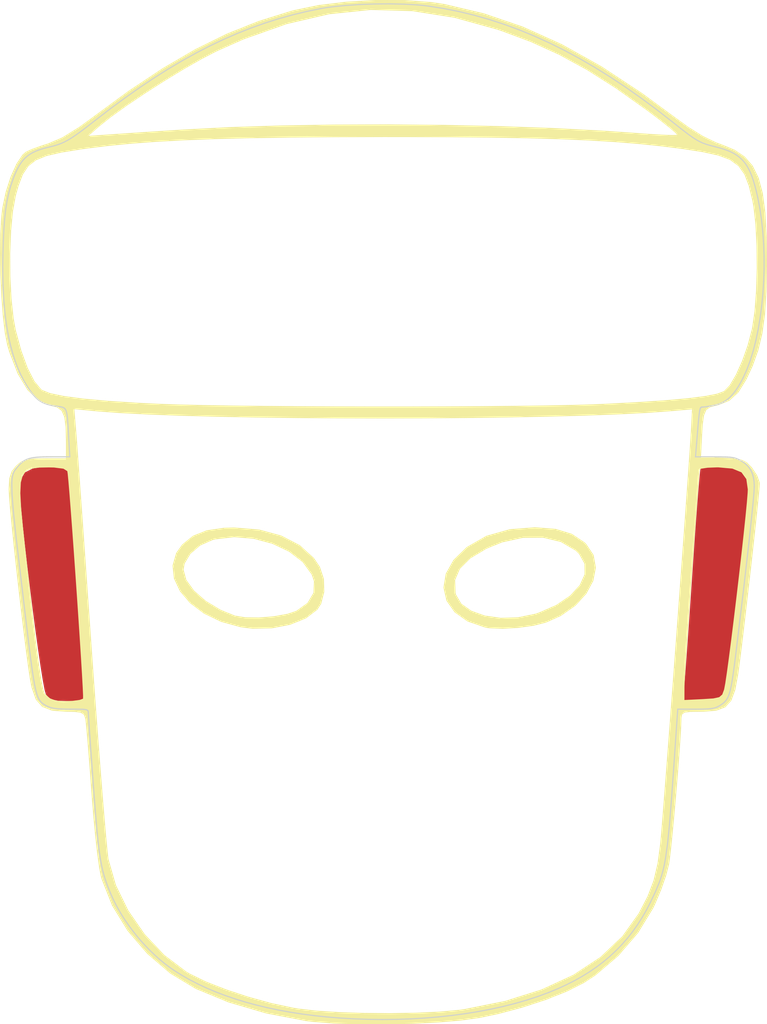
<source format=kicad_pcb>
(kicad_pcb (version 20211014) (generator pcbnew)
  (layers (0 "F.Cu" signal) (31 "B.Cu" signal) (34 "B.Paste" user) (35 "F.Paste" user) (36 "B.SilkS" user "B.Silkscreen") (37 "F.SilkS" user "F.Silkscreen") (38 "B.Mask" user) (39 "F.Mask" user) (44 "Edge.Cuts" user))
  (net 0 "")
  (footprint "atom_badge:badge_silkscreen" (layer "F.Cu") (at 150.866756 106.065375)
    (fp_text reference "REF**" hide)
    (fp_text value "badge_silkscreen")
  )
  (footprint "atom_badge:ear_exposed_copper" (layer "F.Cu") (at 152.755591 99.859981)
    (fp_text reference "REF**" hide)
    (fp_text value "ear_exposed_copper")
    (fp_poly (pts (xy -29.839003 -9.809202) (xy -29.584483 -9.627673) (xy -29.569227 -9.589347) (xy -29.523071 -9.240375) (xy -29.447355 -8.425708) (xy -29.347398 -7.21325) (xy -29.228519 -5.670904) (xy -29.096034 -3.866573) (xy -28.955264 -1.86816) (xy -28.891455 -0.935789) (xy -28.744377 1.213636) (xy -28.6008 3.276494) (xy -28.466758 5.168729) (xy -28.348286 6.806285) (xy -28.251416 8.105106) (xy -28.182182 8.981138) (xy -28.166946 9.157369) (xy -28.004591 10.962105) (xy -29.637184 10.962105) (xy -30.583399 10.933891) (xy -31.152923 10.818142) (xy -31.502239 10.568199) (xy -31.654702 10.360526) (xy -31.765291 9.976725) (xy -31.923002 9.13884) (xy -32.118 7.924487) (xy -32.340453 6.411276) (xy -32.580527 4.676821) (xy -32.828389 2.798735) (xy -33.074205 0.85463) (xy -33.308141 -1.077881) (xy -33.520365 -2.921186) (xy -33.701043 -4.597671) (xy -33.840341 -6.029724) (xy -33.928427 -7.139732) (xy -33.955789 -7.801345) (xy -33.856591 -8.709902) (xy -33.501927 -9.303596) (xy -32.806198 -9.652181) (xy -31.683804 -9.825413) (xy -31.451589 -9.841986) (xy -30.429475 -9.876359)) (layer "F.Cu") (width 0) (fill solid))
    (fp_poly (pts (xy 28.065957 -9.852687) (xy 28.243168 -9.841986) (xy 29.437899 -9.693807) (xy 30.193581 -9.382056) (xy 30.598785 -8.830117) (xy 30.742082 -7.961371) (xy 30.747368 -7.675734) (xy 30.714282 -6.99885) (xy 30.621636 -5.914644) (xy 30.479346 -4.50254) (xy 30.297329 -2.841961) (xy 30.085503 -1.01233) (xy 29.853785 0.90693) (xy 29.612091 2.836396) (xy 29.370339 4.696644) (xy 29.138445 6.408252) (xy 28.926327 7.891797) (xy 28.743902 9.067855) (xy 28.601086 9.857003) (xy 28.52034 10.16) (xy 28.285566 10.531506) (xy 27.928734 10.745694) (xy 27.302999 10.856946) (xy 26.497975 10.908953) (xy 24.793472 10.989485) (xy 24.957782 9.171058) (xy 25.01729 8.443283) (xy 25.105969 7.266154) (xy 25.217812 5.723896) (xy 25.346816 3.900734) (xy 25.486974 1.880893) (xy 25.632283 -0.251403) (xy 25.678356 -0.935789) (xy 25.819813 -2.998699) (xy 25.955779 -4.897683) (xy 26.080941 -6.564834) (xy 26.189984 -7.932243) (xy 26.277595 -8.932) (xy 26.338459 -9.496196) (xy 26.355523 -9.589347) (xy 26.57168 -9.789534) (xy 27.109923 -9.873045)) (layer "F.Cu") (width 0) (fill solid))
  )
  (gr_line (start 119.463029 82.952857) (end 119.157054 82.437597) (layer "Edge.Cuts") (width 0.1))
  (gr_line (start 183.813645 91.066191) (end 183.829182 91.153668) (layer "Edge.Cuts") (width 0.1))
  (gr_line (start 183.517714 80.661498) (end 183.219892 81.458573) (layer "Edge.Cuts") (width 0.1))
  (gr_line (start 119.516859 89.367572) (end 119.594146 89.342012) (layer "Edge.Cuts") (width 0.1))
  (gr_line (start 184.635161 69.247058) (end 184.709488 70.331569) (layer "Edge.Cuts") (width 0.1))
  (gr_line (start 120.448534 110.565731) (end 120.39742 110.450726) (layer "Edge.Cuts") (width 0.1))
  (gr_line (start 120.22437 62.091945) (end 120.490415 61.988624) (layer "Edge.Cuts") (width 0.1))
  (gr_line (start 119.361511 62.617448) (end 119.454267 62.539737) (layer "Edge.Cuts") (width 0.1))
  (gr_line (start 117.334429 70.077511) (end 117.385753 69.004365) (layer "Edge.Cuts") (width 0.1))
  (gr_line (start 179.125192 84.83958) (end 179.11751 84.852521) (layer "Edge.Cuts") (width 0.1))
  (gr_line (start 183.643159 90.515494) (end 183.674276 90.587859) (layer "Edge.Cuts") (width 0.1))
  (gr_line (start 183.49537 90.245485) (end 183.535857 90.310155) (layer "Edge.Cuts") (width 0.1))
  (gr_line (start 179.035747 85.145292) (end 179.023037 85.224291) (layer "Edge.Cuts") (width 0.1))
  (gr_line (start 123.805315 111.539899) (end 123.57055 111.538986) (layer "Edge.Cuts") (width 0.1))
  (gr_line (start 122.618569 84.799943) (end 122.514361 84.767862) (layer "Edge.Cuts") (width 0.1))
  (gr_line (start 183.729663 90.738725) (end 183.753976 90.817311) (layer "Edge.Cuts") (width 0.1))
  (gr_line (start 121.491228 84.598506) (end 121.317961 84.555318) (layer "Edge.Cuts") (width 0.1))
  (gr_line (start 182.892289 82.179228) (end 182.892289 82.179228) (layer "Edge.Cuts") (width 0.1))
  (gr_line (start 134.544703 135.877182) (end 133.798468 135.490197) (layer "Edge.Cuts") (width 0.1))
  (gr_line (start 183.652229 64.27671) (end 183.79472 64.683481) (layer "Edge.Cuts") (width 0.1))
  (gr_line (start 179.102684 84.882901) (end 179.095512 84.900498) (layer "Edge.Cuts") (width 0.1))
  (gr_line (start 121.217141 111.272581) (end 121.217141 111.272581) (layer "Edge.Cuts") (width 0.1))
  (gr_line (start 178.616155 61.004901) (end 178.810124 61.122742) (layer "Edge.Cuts") (width 0.1))
  (gr_line (start 124.566789 111.570747) (end 124.517254 111.564744) (layer "Edge.Cuts") (width 0.1))
  (gr_line (start 125.480824 120.488242) (end 125.315148 118.307657) (layer "Edge.Cuts") (width 0.1))
  (gr_line (start 128.466133 130.728117) (end 128.141273 130.259013) (layer "Edge.Cuts") (width 0.1))
  (gr_line (start 178.768281 88.000761) (end 178.768281 88.000761) (layer "Edge.Cuts") (width 0.1))
  (gr_line (start 119.442828 89.395519) (end 119.516859 89.367572) (layer "Edge.Cuts") (width 0.1))
  (gr_line (start 121.967029 111.481171) (end 121.849995 111.464479) (layer "Edge.Cuts") (width 0.1))
  (gr_line (start 120.348011 110.321388) (end 120.299979 110.176363) (layer "Edge.Cuts") (width 0.1))
  (gr_line (start 183.609731 90.445116) (end 183.643159 90.515494) (layer "Edge.Cuts") (width 0.1))
  (gr_line (start 179.0103 85.313603) (end 178.997428 85.413862) (layer "Edge.Cuts") (width 0.1))
  (gr_line (start 178.671876 89.179564) (end 180.387559 89.179564) (layer "Edge.Cuts") (width 0.1))
  (gr_line (start 123.2258 89.179564) (end 123.124459 87.392332) (layer "Edge.Cuts") (width 0.1))
  (gr_line (start 183.333035 63.580346) (end 183.41785 63.740671) (layer "Edge.Cuts") (width 0.1))
  (gr_line (start 166.449138 136.320712) (end 165.655442 136.647608) (layer "Edge.Cuts") (width 0.1))
  (gr_line (start 179.225661 84.771854) (end 179.215068 84.773805) (layer "Edge.Cuts") (width 0.1))
  (gr_line (start 155.032907 49.243349) (end 155.032907 49.243349) (layer "Edge.Cuts") (width 0.1))
  (gr_line (start 120.557189 110.758169) (end 120.501681 110.66776) (layer "Edge.Cuts") (width 0.1))
  (gr_line (start 178.857529 86.912999) (end 178.768281 88.000761) (layer "Edge.Cuts") (width 0.1))
  (gr_line (start 153.440563 138.983605) (end 152.186579 139.026922) (layer "Edge.Cuts") (width 0.1))
  (gr_line (start 119.711569 106.718997) (end 119.588377 105.739687) (layer "Edge.Cuts") (width 0.1))
  (gr_line (start 174.681581 128.65069) (end 174.681581 128.65069) (layer "Edge.Cuts") (width 0.1))
  (gr_line (start 184.522951 68.186707) (end 184.635161 69.247058) (layer "Edge.Cuts") (width 0.1))
  (gr_line (start 183.753976 90.817311) (end 183.776063 90.898055) (layer "Edge.Cuts") (width 0.1))
  (gr_line (start 181.532961 110.508699) (end 181.440841 110.672413) (layer "Edge.Cuts") (width 0.1))
  (gr_line (start 173.835505 57.380583) (end 175.223377 58.409527) (layer "Edge.Cuts") (width 0.1))
  (gr_line (start 118.874882 81.888444) (end 118.616352 81.304612) (layer "Edge.Cuts") (width 0.1))
  (gr_line (start 182.743272 89.55464) (end 182.743272 89.55464) (layer "Edge.Cuts") (width 0.1))
  (gr_line (start 120.74116 110.973225) (end 120.6766 110.909546) (layer "Edge.Cuts") (width 0.1))
  (gr_line (start 131.929891 54.828394) (end 133.169783 54.091763) (layer "Edge.Cuts") (width 0.1))
  (gr_line (start 182.045523 89.261438) (end 182.152436 89.287134) (layer "Edge.Cuts") (width 0.1))
  (gr_line (start 181.616864 110.313392) (end 181.532961 110.508699) (layer "Edge.Cuts") (width 0.1))
  (gr_line (start 155.032907 49.243349) (end 156.384267 49.458973) (layer "Edge.Cuts") (width 0.1))
  (gr_line (start 182.039291 83.548589) (end 181.892991 83.718089) (layer "Edge.Cuts") (width 0.1))
  (gr_line (start 120.599095 84.246152) (end 120.476638 84.161162) (layer "Edge.Cuts") (width 0.1))
  (gr_line (start 181.802444 89.222732) (end 181.929675 89.240101) (layer "Edge.Cuts") (width 0.1))
  (gr_line (start 118.460503 63.927073) (end 118.592262 63.65276) (layer "Edge.Cuts") (width 0.1))
  (gr_line (start 182.444023 89.394265) (end 182.539659 89.441288) (layer "Edge.Cuts") (width 0.1))
  (gr_line (start 180.243677 84.631868) (end 180.07617 84.663923) (layer "Edge.Cuts") (width 0.1))
  (gr_line (start 119.550858 62.465881) (end 119.651525 62.39567) (layer "Edge.Cuts") (width 0.1))
  (gr_line (start 140.486933 50.75526) (end 141.711709 50.367018) (layer "Edge.Cuts") (width 0.1))
  (gr_line (start 119.594146 89.342012) (end 119.674998 89.318745) (layer "Edge.Cuts") (width 0.1))
  (gr_line (start 173.530815 130.648619) (end 173.097338 131.258447) (layer "Edge.Cuts") (width 0.1))
  (gr_line (start 126.405473 126.735581) (end 126.288781 126.370684) (layer "Edge.Cuts") (width 0.1))
  (gr_line (start 119.02406 62.97104) (end 119.103866 62.87581) (layer "Edge.Cuts") (width 0.1))
  (gr_line (start 121.8766 84.67139) (end 121.677051 84.636982) (layer "Edge.Cuts") (width 0.1))
  (gr_line (start 137.868251 137.212852) (end 136.988457 136.911321) (layer "Edge.Cuts") (width 0.1))
  (gr_line (start 179.324006 84.768522) (end 179.324006 84.768522) (layer "Edge.Cuts") (width 0.1))
  (gr_line (start 118.592262 63.65276) (end 118.728832 63.403103) (layer "Edge.Cuts") (width 0.1))
  (gr_line (start 182.152436 89.287134) (end 182.252858 89.317578) (layer "Edge.Cuts") (width 0.1))
  (gr_line (start 178.701722 111.538435) (end 177.098725 111.538862) (layer "Edge.Cuts") (width 0.1))
  (gr_line (start 119.980372 62.204809) (end 120.22437 62.091945) (layer "Edge.Cuts") (width 0.1))
  (gr_line (start 184.057326 65.628311) (end 184.182176 66.172012) (layer "Edge.Cuts") (width 0.1))
  (gr_line (start 132.414178 134.654459) (end 132.414178 134.654459) (layer "Edge.Cuts") (width 0.1))
  (gr_line (start 184.746606 71.431859) (end 184.74719 72.539545) (layer "Edge.Cuts") (width 0.1))
  (gr_line (start 118.574296 90.0912) (end 118.574296 90.0912) (layer "Edge.Cuts") (width 0.1))
  (gr_line (start 118.81324 89.827417) (end 118.871798 89.770318) (layer "Edge.Cuts") (width 0.1))
  (gr_line (start 179.133069 84.828032) (end 179.125192 84.83958) (layer "Edge.Cuts") (width 0.1))
  (gr_line (start 175.648641 126.353861) (end 175.498881 126.801549) (layer "Edge.Cuts") (width 0.1))
  (gr_line (start 124.842159 111.706074) (end 124.83275 111.68747) (layer "Edge.Cuts") (width 0.1))
  (gr_line (start 127.835699 129.784003) (end 127.55105 129.305087) (layer "Edge.Cuts") (width 0.1))
  (gr_line (start 128.808635 131.189316) (end 128.466133 130.728117) (layer "Edge.Cuts") (width 0.1))
  (gr_line (start 124.71932 59.957198) (end 125.478471 59.366982) (layer "Edge.Cuts") (width 0.1))
  (gr_line (start 124.009801 111.541952) (end 123.805315 111.539899) (layer "Edge.Cuts") (width 0.1))
  (gr_line (start 183.863036 91.430245) (end 183.875185 91.626845) (layer "Edge.Cuts") (width 0.1))
  (gr_line (start 175.781668 125.882362) (end 175.648641 126.353861) (layer "Edge.Cuts") (width 0.1))
  (gr_line (start 129.40795 56.468658) (end 130.676862 55.620238) (layer "Edge.Cuts") (width 0.1))
  (gr_line (start 119.759727 89.297674) (end 119.848642 89.278703) (layer "Edge.Cuts") (width 0.1))
  (gr_line (start 150.919914 139.040702) (end 149.643162 139.024629) (layer "Edge.Cuts") (width 0.1))
  (gr_line (start 182.361511 62.481611) (end 182.491515 62.57733) (layer "Edge.Cuts") (width 0.1))
  (gr_line (start 157.100482 138.679573) (end 155.900109 138.809616) (layer "Edge.Cuts") (width 0.1))
  (gr_line (start 122.814196 84.943758) (end 122.781652 84.905552) (layer "Edge.Cuts") (width 0.1))
  (gr_line (start 154.679271 138.911065) (end 153.440563 138.983605) (layer "Edge.Cuts") (width 0.1))
  (gr_line (start 126.000049 125.171479) (end 125.918972 124.703777) (layer "Edge.Cuts") (width 0.1))
  (gr_line (start 121.677051 84.636982) (end 121.491228 84.598506) (layer "Edge.Cuts") (width 0.1))
  (gr_line (start 181.440841 110.672413) (end 181.338613 110.810946) (layer "Edge.Cuts") (width 0.1))
  (gr_line (start 183.762433 93.385005) (end 183.437409 96.505852) (layer "Edge.Cuts") (width 0.1))
  (gr_line (start 121.373033 111.341881) (end 121.293431 111.308785) (layer "Edge.Cuts") (width 0.1))
  (gr_line (start 180.952372 111.139565) (end 180.790803 111.241484) (layer "Edge.Cuts") (width 0.1))
  (gr_line (start 182.887204 89.644687) (end 182.955215 89.691711) (layer "Edge.Cuts") (width 0.1))
  (gr_line (start 119.049613 89.618716) (end 119.110634 89.574428) (layer "Edge.Cuts") (width 0.1))
  (gr_line (start 178.942404 85.936991) (end 178.927222 86.101456) (layer "Edge.Cuts") (width 0.1))
  (gr_line (start 118.169568 80.029762) (end 117.980991 79.33717) (layer "Edge.Cuts") (width 0.1))
  (gr_line (start 144.190462 49.72215) (end 145.449929 49.462801) (layer "Edge.Cuts") (width 0.1))
  (gr_line (start 117.299119 71.30722) (end 117.334429 70.077511) (layer "Edge.Cuts") (width 0.1))
  (gr_line (start 183.879197 91.833616) (end 183.879197 91.833616) (layer "Edge.Cuts") (width 0.1))
  (gr_line (start 118.574296 90.0912) (end 118.695332 89.95204) (layer "Edge.Cuts") (width 0.1))
  (gr_line (start 183.219892 81.458573) (end 182.892289 82.179228) (layer "Edge.Cuts") (width 0.1))
  (gr_line (start 120.206733 109.833828) (end 120.160863 109.633607) (layer "Edge.Cuts") (width 0.1))
  (gr_line (start 183.829182 91.153668) (end 183.842579 91.243474) (layer "Edge.Cuts") (width 0.1))
  (gr_line (start 120.143616 89.233431) (end 120.252385 89.221902) (layer "Edge.Cuts") (width 0.1))
  (gr_line (start 169.923092 134.37178) (end 169.291878 134.805584) (layer "Edge.Cuts") (width 0.1))
  (gr_line (start 180.437333 61.708505) (end 180.863443 61.821496) (layer "Edge.Cuts") (width 0.1))
  (gr_line (start 122.937986 85.232766) (end 122.895421 85.095394) (layer "Edge.Cuts") (width 0.1))
  (gr_line (start 172.637738 131.841247) (end 172.151305 132.397646) (layer "Edge.Cuts") (width 0.1))
  (gr_line (start 117.295727 73.385816) (end 117.286573 72.368579) (layer "Edge.Cuts") (width 0.1))
  (gr_line (start 119.103866 62.87581) (end 119.18655 62.785274) (layer "Edge.Cuts") (width 0.1))
  (gr_line (start 181.338613 110.810946) (end 181.224386 110.930708) (layer "Edge.Cuts") (width 0.1))
  (gr_line (start 121.191869 89.181207) (end 121.526856 89.179564) (layer "Edge.Cuts") (width 0.1))
  (gr_line (start 132.414178 134.654459) (end 131.986773 134.354383) (layer "Edge.Cuts") (width 0.1))
  (gr_line (start 131.142204 133.678528) (end 130.728323 133.30675) (layer "Edge.Cuts") (width 0.1))
  (gr_line (start 124.090398 60.42926) (end 124.390379 60.206951) (layer "Edge.Cuts") (width 0.1))
  (gr_line (start 122.3014 61.47123) (end 122.499213 61.393032) (layer "Edge.Cuts") (width 0.1))
  (gr_line (start 179.545218 61.459211) (end 179.741949 61.523006) (layer "Edge.Cuts") (width 0.1))
  (gr_line (start 167.935501 135.605912) (end 167.208922 135.973689) (layer "Edge.Cuts") (width 0.1))
  (gr_line (start 182.539659 89.441288) (end 182.743272 89.55464) (layer "Edge.Cuts") (width 0.1))
  (gr_line (start 125.699053 122.957638) (end 125.628235 122.228119) (layer "Edge.Cuts") (width 0.1))
  (gr_line (start 178.183564 60.709988) (end 178.408845 60.86821) (layer "Edge.Cuts") (width 0.1))
  (gr_line (start 183.674276 90.587859) (end 183.703104 90.662255) (layer "Edge.Cuts") (width 0.1))
  (gr_line (start 179.528916 111.526171) (end 179.35055 111.531778) (layer "Edge.Cuts") (width 0.1))
  (gr_line (start 158.277797 138.521251) (end 157.100482 138.679573) (layer "Edge.Cuts") (width 0.1))
  (gr_line (start 122.898977 61.2025) (end 123.108122 61.085976) (layer "Edge.Cuts") (width 0.1))
  (gr_line (start 117.379782 75.291073) (end 117.326743 74.359718) (layer "Edge.Cuts") (width 0.1))
  (gr_line (start 122.229424 111.507584) (end 121.967029 111.481171) (layer "Edge.Cuts") (width 0.1))
  (gr_line (start 183.499123 63.909938) (end 183.577151 64.0885) (layer "Edge.Cuts") (width 0.1))
  (gr_line (start 154.545735 49.184121) (end 155.032907 49.243349) (layer "Edge.Cuts") (width 0.1))
  (gr_line (start 180.437333 61.708505) (end 180.437333 61.708505) (layer "Edge.Cuts") (width 0.1))
  (gr_line (start 181.979296 108.638565) (end 181.908118 109.088007) (layer "Edge.Cuts") (width 0.1))
  (gr_line (start 165.720878 52.501888) (end 167.055781 53.164535) (layer "Edge.Cuts") (width 0.1))
  (gr_line (start 182.46831 82.942138) (end 182.326485 83.161067) (layer "Edge.Cuts") (width 0.1))
  (gr_line (start 120.614372 89.196655) (end 120.888536 89.186648) (layer "Edge.Cuts") (width 0.1))
  (gr_line (start 120.252385 89.221902) (end 120.366894 89.211993) (layer "Edge.Cuts") (width 0.1))
  (gr_line (start 182.955215 89.691711) (end 183.020617 89.740126) (layer "Edge.Cuts") (width 0.1))
  (gr_line (start 122.843866 84.987771) (end 122.814196 84.943758) (layer "Edge.Cuts") (width 0.1))
  (gr_line (start 121.293431 111.308785) (end 121.217141 111.272581) (layer "Edge.Cuts") (width 0.1))
  (gr_line (start 124.858957 111.771053) (end 124.855001 111.747808) (layer "Edge.Cuts") (width 0.1))
  (gr_line (start 178.970839 85.649744) (end 178.956907 85.786631) (layer "Edge.Cuts") (width 0.1))
  (gr_line (start 182.132927 107.523088) (end 181.979296 108.638565) (layer "Edge.Cuts") (width 0.1))
  (gr_line (start 122.100168 61.540843) (end 122.3014 61.47123) (layer "Edge.Cuts") (width 0.1))
  (gr_line (start 151.555181 49.041452) (end 152.835849 49.068431) (layer "Edge.Cuts") (width 0.1))
  (gr_line (start 124.849489 111.726167) (end 124.842159 111.706074) (layer "Edge.Cuts") (width 0.1))
  (gr_line (start 119.110634 89.574428) (end 119.173046 89.533104) (layer "Edge.Cuts") (width 0.1))
  (gr_line (start 119.79297 83.435011) (end 119.79297 83.435011) (layer "Edge.Cuts") (width 0.1))
  (gr_line (start 117.991181 65.176496) (end 118.203752 64.556381) (layer "Edge.Cuts") (width 0.1))
  (gr_line (start 120.018918 83.722541) (end 119.906675 83.584998) (layer "Edge.Cuts") (width 0.1))
  (gr_line (start 181.661382 89.208943) (end 181.802444 89.222732) (layer "Edge.Cuts") (width 0.1))
  (gr_line (start 123.303414 111.538755) (end 123.303414 111.538755) (layer "Edge.Cuts") (width 0.1))
  (gr_line (start 122.895421 85.095394) (end 122.843866 84.987771) (layer "Edge.Cuts") (width 0.1))
  (gr_line (start 181.69444 110.08008) (end 181.616864 110.313392) (layer "Edge.Cuts") (width 0.1))
  (gr_line (start 124.651256 111.585386) (end 124.611369 111.577609) (layer "Edge.Cuts") (width 0.1))
  (gr_line (start 180.596214 84.551771) (end 180.411332 84.597502) (layer "Edge.Cuts") (width 0.1))
  (gr_line (start 179.619141 84.739222) (end 179.496828 84.755033) (layer "Edge.Cuts") (width 0.1))
  (gr_line (start 173.097338 131.258447) (end 172.637738 131.841247) (layer "Edge.Cuts") (width 0.1))
  (gr_line (start 146.454612 49.308411) (end 147.620465 49.187867) (layer "Edge.Cuts") (width 0.1))
  (gr_line (start 117.672657 77.837719) (end 117.552577 77.029287) (layer "Edge.Cuts") (width 0.1))
  (gr_line (start 124.997654 113.91016) (end 124.864449 111.881224) (layer "Edge.Cuts") (width 0.1))
  (gr_line (start 178.997428 85.413862) (end 178.98431 85.525698) (layer "Edge.Cuts") (width 0.1))
  (gr_line (start 119.974747 108.608066) (end 119.925919 108.28874) (layer "Edge.Cuts") (width 0.1))
  (gr_line (start 136.14064 136.588017) (end 135.325741 136.243213) (layer "Edge.Cuts") (width 0.1))
  (gr_line (start 120.615386 110.838312) (end 120.557189 110.758169) (layer "Edge.Cuts") (width 0.1))
  (gr_line (start 182.314195 106.076078) (end 182.132927 107.523088) (layer "Edge.Cuts") (width 0.1))
  (gr_line (start 124.827184 111.678709) (end 124.821 111.670299) (layer "Edge.Cuts") (width 0.1))
  (gr_line (start 169.741964 54.668174) (end 171.096354 55.510645) (layer "Edge.Cuts") (width 0.1))
  (gr_line (start 181.931313 62.225534) (end 182.081706 62.306066) (layer "Edge.Cuts") (width 0.1))
  (gr_line (start 183.309248 90.004556) (end 183.359446 90.062211) (layer "Edge.Cuts") (width 0.1))
  (gr_line (start 183.776063 90.898055) (end 183.795946 90.981001) (layer "Edge.Cuts") (width 0.1))
  (gr_line (start 182.743272 89.55464) (end 182.816563 89.599011) (layer "Edge.Cuts") (width 0.1))
  (gr_line (start 182.942029 100.851197) (end 182.314195 106.076078) (layer "Edge.Cuts") (width 0.1))
  (gr_line (start 119.823208 107.565067) (end 119.711569 106.718997) (layer "Edge.Cuts") (width 0.1))
  (gr_line (start 121.439988 61.719125) (end 121.439988 61.719125) (layer "Edge.Cuts") (width 0.1))
  (gr_line (start 119.157054 82.437597) (end 118.874882 81.888444) (layer "Edge.Cuts") (width 0.1))
  (gr_line (start 120.252995 110.014295) (end 120.206733 109.833828) (layer "Edge.Cuts") (width 0.1))
  (gr_line (start 180.387559 89.179564) (end 180.387559 89.179564) (layer "Edge.Cuts") (width 0.1))
  (gr_line (start 121.526856 89.179564) (end 121.526856 89.179564) (layer "Edge.Cuts") (width 0.1))
  (gr_line (start 124.789434 111.640023) (end 124.779671 111.63326) (layer "Edge.Cuts") (width 0.1))
  (gr_line (start 123.815779 60.626222) (end 124.090398 60.42926) (layer "Edge.Cuts") (width 0.1))
  (gr_line (start 118.728832 63.403103) (end 118.872126 63.176423) (layer "Edge.Cuts") (width 0.1))
  (gr_line (start 123.028438 85.866825) (end 123.002826 85.614136) (layer "Edge.Cuts") (width 0.1))
  (gr_line (start 133.169783 54.091763) (end 134.399281 53.408986) (layer "Edge.Cuts") (width 0.1))
  (gr_line (start 125.918972 124.703777) (end 125.842837 124.185529) (layer "Edge.Cuts") (width 0.1))
  (gr_line (start 180.302016 111.442611) (end 180.201323 111.463506) (layer "Edge.Cuts") (width 0.1))
  (gr_line (start 119.925919 108.28874) (end 119.875516 107.941525) (layer "Edge.Cuts") (width 0.1))
  (gr_line (start 119.272352 62.699224) (end 119.361511 62.617448) (layer "Edge.Cuts") (width 0.1))
  (gr_line (start 127.28897 128.824263) (end 127.0511 128.343532) (layer "Edge.Cuts") (width 0.1))
  (gr_line (start 183.785083 79.796383) (end 183.517714 80.661498) (layer "Edge.Cuts") (width 0.1))
  (gr_line (start 183.256568 89.948547) (end 183.309248 90.004556) (layer "Edge.Cuts") (width 0.1))
  (gr_line (start 147.069825 138.901773) (end 145.944654 138.808491) (layer "Edge.Cuts") (width 0.1))
  (gr_line (start 184.182176 66.172012) (end 184.372181 67.158898) (layer "Edge.Cuts") (width 0.1))
  (gr_line (start 183.573971 90.376684) (end 183.609731 90.445116) (layer "Edge.Cuts") (width 0.1))
  (gr_line (start 182.252858 89.317578) (end 182.349239 89.353158) (layer "Edge.Cuts") (width 0.1))
  (gr_line (start 121.640077 111.423588) (end 121.54552 111.399175) (layer "Edge.Cuts") (width 0.1))
  (gr_line (start 117.548852 67.235122) (end 117.666834 66.492707) (layer "Edge.Cuts") (width 0.1))
  (gr_line (start 179.215068 84.773805) (end 179.204808 84.77636) (layer "Edge.Cuts") (width 0.1))
  (gr_line (start 179.204808 84.77636) (end 179.194866 84.779599) (layer "Edge.Cuts") (width 0.1))
  (gr_line (start 179.690731 111.518529) (end 179.528916 111.526171) (layer "Edge.Cuts") (width 0.1))
  (gr_line (start 179.088483 84.919805) (end 179.081582 84.940901) (layer "Edge.Cuts") (width 0.1))
  (gr_line (start 164.712177 136.995075) (end 163.727693 137.316465) (layer "Edge.Cuts") (width 0.1))
  (gr_line (start 183.853857 91.335652) (end 183.863036 91.430245) (layer "Edge.Cuts") (width 0.1))
  (gr_line (start 179.396963 84.765033) (end 179.324006 84.768522) (layer "Edge.Cuts") (width 0.1))
  (gr_line (start 183.879197 91.833616) (end 183.849216 92.391568) (layer "Edge.Cuts") (width 0.1))
  (gr_line (start 120.7271 84.322563) (end 120.599095 84.246152) (layer "Edge.Cuts") (width 0.1))
  (gr_line (start 174.322228 129.345368) (end 173.938876 130.011135) (layer "Edge.Cuts") (width 0.1))
  (gr_line (start 178.956907 85.786631) (end 178.942404 85.936991) (layer "Edge.Cuts") (width 0.1))
  (gr_line (start 181.838176 109.473799) (end 181.76758 109.802353) (layer "Edge.Cuts") (width 0.1))
  (gr_line (start 139.268232 51.189188) (end 140.486933 50.75526) (layer "Edge.Cuts") (width 0.1))
  (gr_line (start 124.821 111.670299) (end 124.814166 111.662232) (layer "Edge.Cuts") (width 0.1))
  (gr_line (start 122.697207 61.304154) (end 122.898977 61.2025) (layer "Edge.Cuts") (width 0.1))
  (gr_line (start 176.548931 119.474224) (end 176.370967 121.723162) (layer "Edge.Cuts") (width 0.1))
  (gr_line (start 170.523933 133.914711) (end 169.923092 134.37178) (layer "Edge.Cuts") (width 0.1))
  (gr_line (start 171.096354 55.510645) (end 172.460349 56.414535) (layer "Edge.Cuts") (width 0.1))
  (gr_line (start 182.892289 82.179228) (end 182.750746 82.451672) (layer "Edge.Cuts") (width 0.1))
  (gr_line (start 117.456193 68.064621) (end 117.548852 67.235122) (layer "Edge.Cuts") (width 0.1))
  (gr_line (start 179.247898 84.769449) (end 179.225661 84.771854) (layer "Edge.Cuts") (width 0.1))
  (gr_line (start 120.35856 84.066951) (end 120.243692 83.962873) (layer "Edge.Cuts") (width 0.1))
  (gr_line (start 161.645447 137.879756) (end 160.552874 138.121028) (layer "Edge.Cuts") (width 0.1))
  (gr_line (start 117.455006 76.180667) (end 117.379782 75.291073) (layer "Edge.Cuts") (width 0.1))
  (gr_line (start 176.197345 123.461766) (end 176.007701 124.808634) (layer "Edge.Cuts") (width 0.1))
  (gr_line (start 130.322235 132.915069) (end 129.92558 132.505486) (layer "Edge.Cuts") (width 0.1))
  (gr_line (start 117.815408 78.606751) (end 117.672657 77.837719) (layer "Edge.Cuts") (width 0.1))
  (gr_line (start 118.235243 90.599374) (end 118.328715 90.41647) (layer "Edge.Cuts") (width 0.1))
  (gr_line (start 129.54 132.08) (end 129.167138 131.64061) (layer "Edge.Cuts") (width 0.1))
  (gr_line (start 121.156083 84.506774) (end 121.004426 84.45223) (layer "Edge.Cuts") (width 0.1))
  (gr_line (start 179.496828 84.755033) (end 179.396963 84.765033) (layer "Edge.Cuts") (width 0.1))
  (gr_line (start 138.779078 137.492336) (end 137.868251 137.212852) (layer "Edge.Cuts") (width 0.1))
  (gr_line (start 125.315148 118.307657) (end 125.315148 118.307657) (layer "Edge.Cuts") (width 0.1))
  (gr_line (start 124.806649 111.654502) (end 124.798415 111.647102) (layer "Edge.Cuts") (width 0.1))
  (gr_line (start 135.62113 52.778701) (end 136.838075 52.199547) (layer "Edge.Cuts") (width 0.1))
  (gr_line (start 183.535857 90.310155) (end 183.573971 90.376684) (layer "Edge.Cuts") (width 0.1))
  (gr_line (start 117.299119 71.30722) (end 117.299119 71.30722) (layer "Edge.Cuts") (width 0.1))
  (gr_line (start 184.641461 74.74358) (end 184.536498 75.823165) (layer "Edge.Cuts") (width 0.1))
  (gr_line (start 121.54552 111.399175) (end 121.456784 111.371976) (layer "Edge.Cuts") (width 0.1))
  (gr_line (start 144.842977 138.690978) (end 143.765738 138.549506) (layer "Edge.Cuts") (width 0.1))
  (gr_line (start 155.900109 138.809616) (end 154.679271 138.911065) (layer "Edge.Cuts") (width 0.1))
  (gr_line (start 124.611369 111.577609) (end 124.566789 111.570747) (layer "Edge.Cuts") (width 0.1))
  (gr_line (start 182.845482 62.900504) (end 182.952443 63.02141) (layer "Edge.Cuts") (width 0.1))
  (gr_line (start 118.616352 81.304612) (end 118.381301 80.685314) (layer "Edge.Cuts") (width 0.1))
  (gr_line (start 182.750746 82.451672) (end 182.609575 82.705824) (layer "Edge.Cuts") (width 0.1))
  (gr_line (start 121.456784 111.371976) (end 121.373033 111.341881) (layer "Edge.Cuts") (width 0.1))
  (gr_line (start 179.741949 61.523006) (end 179.953125 61.584033) (layer "Edge.Cuts") (width 0.1))
  (gr_line (start 120.958191 111.132496) (end 120.881627 111.083344) (layer "Edge.Cuts") (width 0.1))
  (gr_line (start 167.208922 135.973689) (end 166.449138 136.320712) (layer "Edge.Cuts") (width 0.1))
  (gr_line (start 126.839082 127.864893) (end 126.839082 127.864893) (layer "Edge.Cuts") (width 0.1))
  (gr_line (start 126.087654 125.598571) (end 126.000049 125.171479) (layer "Edge.Cuts") (width 0.1))
  (gr_line (start 117.326743 74.359718) (end 117.295727 73.385816) (layer "Edge.Cuts") (width 0.1))
  (gr_line (start 180.201323 111.463506) (end 180.09129 111.48134) (layer "Edge.Cuts") (width 0.1))
  (gr_line (start 182.326485 83.161067) (end 182.183634 83.363066) (layer "Edge.Cuts") (width 0.1))
  (gr_line (start 184.397704 76.87662) (end 184.225752 77.895562) (layer "Edge.Cuts") (width 0.1))
  (gr_line (start 167.055781 53.164535) (end 168.395625 53.886384) (layer "Edge.Cuts") (width 0.1))
  (gr_line (start 182.733205 62.786424) (end 182.845482 62.900504) (layer "Edge.Cuts") (width 0.1))
  (gr_line (start 183.020617 89.740126) (end 183.083433 89.789974) (layer "Edge.Cuts") (width 0.1))
  (gr_line (start 131.986773 134.354383) (end 131.562234 134.028406) (layer "Edge.Cuts") (width 0.1))
  (gr_line (start 120.809393 111.030706) (end 120.74116 110.973225) (layer "Edge.Cuts") (width 0.1))
  (gr_line (start 176.007701 124.808634) (end 175.900506 125.372228) (layer "Edge.Cuts") (width 0.1))
  (gr_line (start 179.175887 84.788441) (end 179.166821 84.794203) (layer "Edge.Cuts") (width 0.1))
  (gr_line (start 179.061518 85.015711) (end 179.048537 85.075976) (layer "Edge.Cuts") (width 0.1))
  (gr_line (start 119.371742 89.42595) (end 119.442828 89.395519) (layer "Edge.Cuts") (width 0.1))
  (gr_line (start 123.108122 61.085976) (end 123.328239 60.952485) (layer "Edge.Cuts") (width 0.1))
  (gr_line (start 181.327982 89.190544) (end 181.504044 89.198343) (layer "Edge.Cuts") (width 0.1))
  (gr_line (start 124.864449 111.881224) (end 124.863247 111.822585) (layer "Edge.Cuts") (width 0.1))
  (gr_line (start 181.773532 62.14936) (end 181.931313 62.225534) (layer "Edge.Cuts") (width 0.1))
  (gr_line (start 179.27163 84.768513) (end 179.247898 84.769449) (layer "Edge.Cuts") (width 0.1))
  (gr_line (start 120.160863 109.633607) (end 120.115057 109.412275) (layer "Edge.Cuts") (width 0.1))
  (gr_line (start 179.081582 84.940901) (end 179.074797 84.963865) (layer "Edge.Cuts") (width 0.1))
  (gr_line (start 124.769094 111.626805) (end 124.745367 111.614789) (layer "Edge.Cuts") (width 0.1))
  (gr_line (start 121.89192 61.603966) (end 122.100168 61.540843) (layer "Edge.Cuts") (width 0.1))
  (gr_line (start 117.813243 65.814218) (end 117.991181 65.176496) (layer "Edge.Cuts") (width 0.1))
  (gr_line (start 136.988457 136.911321) (end 136.14064 136.588017) (layer "Edge.Cuts") (width 0.1))
  (gr_line (start 120.888536 89.186648) (end 121.191869 89.181207) (layer "Edge.Cuts") (width 0.1))
  (gr_line (start 160.399569 50.428551) (end 161.730261 50.861775) (layer "Edge.Cuts") (width 0.1))
  (gr_line (start 180.394811 111.418451) (end 180.302016 111.442611) (layer "Edge.Cuts") (width 0.1))
  (gr_line (start 178.894385 86.475227) (end 178.857529 86.912999) (layer "Edge.Cuts") (width 0.1))
  (gr_line (start 118.695332 89.95204) (end 118.81324 89.827417) (layer "Edge.Cuts") (width 0.1))
  (gr_line (start 179.095512 84.900498) (end 179.088483 84.919805) (layer "Edge.Cuts") (width 0.1))
  (gr_line (start 119.237162 89.494646) (end 119.30329 89.45896) (layer "Edge.Cuts") (width 0.1))
  (gr_line (start 163.059673 51.351247) (end 164.38936 51.897705) (layer "Edge.Cuts") (width 0.1))
  (gr_line (start 183.054383 63.149494) (end 183.151597 63.28511) (layer "Edge.Cuts") (width 0.1))
  (gr_line (start 119.875516 107.941525) (end 119.823208 107.565067) (layer "Edge.Cuts") (width 0.1))
  (gr_line (start 179.35055 111.531778) (end 179.15419 111.535554) (layer "Edge.Cuts") (width 0.1))
  (gr_line (start 122.091043 84.702375) (end 121.8766 84.67139) (layer "Edge.Cuts") (width 0.1))
  (gr_line (start 179.074797 84.963865) (end 179.061518 85.015711) (layer "Edge.Cuts") (width 0.1))
  (gr_line (start 120.39742 110.450726) (end 120.348011 110.321388) (layer "Edge.Cuts") (width 0.1))
  (gr_line (start 182.816563 89.599011) (end 182.887204 89.644687) (layer "Edge.Cuts") (width 0.1))
  (gr_line (start 183.201387 89.894142) (end 183.256568 89.948547) (layer "Edge.Cuts") (width 0.1))
  (gr_line (start 119.296838 103.337965) (end 119.296838 103.337965) (layer "Edge.Cuts") (width 0.1))
  (gr_line (start 154.012753 49.135326) (end 154.545735 49.184121) (layer "Edge.Cuts") (width 0.1))
  (gr_line (start 181.929675 89.240101) (end 182.045523 89.261438) (layer "Edge.Cuts") (width 0.1))
  (gr_line (start 118.989674 89.666063) (end 119.049613 89.618716) (layer "Edge.Cuts") (width 0.1))
  (gr_line (start 126.183369 125.994994) (end 126.087654 125.598571) (layer "Edge.Cuts") (width 0.1))
  (gr_line (start 119.588377 105.739687) (end 119.296838 103.337965) (layer "Edge.Cuts") (width 0.1))
  (gr_line (start 181.437686 84.134996) (end 181.278897 84.244947) (layer "Edge.Cuts") (width 0.1))
  (gr_line (start 122.535161 111.525415) (end 122.229424 111.507584) (layer "Edge.Cuts") (width 0.1))
  (gr_line (start 178.810124 61.122742) (end 178.995385 61.224413) (layer "Edge.Cuts") (width 0.1))
  (gr_line (start 181.608066 62.077189) (end 181.773532 62.14936) (layer "Edge.Cuts") (width 0.1))
  (gr_line (start 183.577151 64.0885) (end 183.652229 64.27671) (layer "Edge.Cuts") (width 0.1))
  (gr_line (start 145.928813 49.381451) (end 146.454612 49.308411) (layer "Edge.Cuts") (width 0.1))
  (gr_line (start 142.713878 138.38435) (end 141.688339 138.195781) (layer "Edge.Cuts") (width 0.1))
  (gr_line (start 178.408845 60.86821) (end 178.616155 61.004901) (layer "Edge.Cuts") (width 0.1))
  (gr_line (start 181.892991 83.718089) (end 181.744267 83.872021) (layer "Edge.Cuts") (width 0.1))
  (gr_line (start 175.138973 127.684793) (end 174.681581 128.65069) (layer "Edge.Cuts") (width 0.1))
  (gr_line (start 123.2258 89.179564) (end 123.2258 89.179564) (layer "Edge.Cuts") (width 0.1))
  (gr_line (start 182.491515 62.57733) (end 182.615314 62.678817) (layer "Edge.Cuts") (width 0.1))
  (gr_line (start 171.637332 132.928271) (end 171.095111 133.43375) (layer "Edge.Cuts") (width 0.1))
  (gr_line (start 183.452486 90.182633) (end 183.49537 90.245485) (layer "Edge.Cuts") (width 0.1))
  (gr_line (start 179.970476 111.496319) (end 179.837436 111.508647) (layer "Edge.Cuts") (width 0.1))
  (gr_line (start 120.068988 109.168479) (end 120.022328 108.900861) (layer "Edge.Cuts") (width 0.1))
  (gr_line (start 182.609575 82.705824) (end 182.46831 82.942138) (layer "Edge.Cuts") (width 0.1))
  (gr_line (start 172.460349 56.414535) (end 173.835505 57.380583) (layer "Edge.Cuts") (width 0.1))
  (gr_line (start 120.299979 110.176363) (end 120.252995 110.014295) (layer "Edge.Cuts") (width 0.1))
  (gr_line (start 181.744267 83.872021) (end 181.592654 84.010838) (layer "Edge.Cuts") (width 0.1))
  (gr_line (start 141.711709 50.367018) (end 142.945304 50.023102) (layer "Edge.Cuts") (width 0.1))
  (gr_line (start 157.728127 49.727888) (end 159.066043 50.050835) (layer "Edge.Cuts") (width 0.1))
  (gr_line (start 123.57055 111.538986) (end 123.303414 111.538755) (layer "Edge.Cuts") (width 0.1))
  (gr_line (start 119.942055 89.261736) (end 120.040276 89.246677) (layer "Edge.Cuts") (width 0.1))
  (gr_line (start 179.837436 111.508647) (end 179.690731 111.518529) (layer "Edge.Cuts") (width 0.1))
  (gr_line (start 169.291878 134.805584) (end 168.629584 135.216753) (layer "Edge.Cuts") (width 0.1))
  (gr_line (start 120.243692 83.962873) (end 120.130868 83.848285) (layer "Edge.Cuts") (width 0.1))
  (gr_line (start 180.387559 89.179564) (end 180.909899 89.181789) (layer "Edge.Cuts") (width 0.1))
  (gr_line (start 119.848642 89.278703) (end 119.942055 89.261736) (layer "Edge.Cuts") (width 0.1))
  (gr_line (start 120.780423 61.893166) (end 121.096309 61.803893) (layer "Edge.Cuts") (width 0.1))
  (gr_line (start 180.947993 84.424047) (end 180.774946 84.494104) (layer "Edge.Cuts") (width 0.1))
  (gr_line (start 180.640234 111.324323) (end 180.562478 111.359512) (layer "Edge.Cuts") (width 0.1))
  (gr_line (start 181.504044 89.198343) (end 181.661382 89.208943) (layer "Edge.Cuts") (width 0.1))
  (gr_line (start 181.908118 109.088007) (end 181.838176 109.473799) (layer "Edge.Cuts") (width 0.1))
  (gr_line (start 179.176567 61.312594) (end 179.358301 61.389967) (layer "Edge.Cuts") (width 0.1))
  (gr_line (start 133.798468 135.490197) (end 133.087979 135.082532) (layer "Edge.Cuts") (width 0.1))
  (gr_line (start 183.795946 90.981001) (end 183.813645 91.066191) (layer "Edge.Cuts") (width 0.1))
  (gr_line (start 152.186579 139.026922) (end 150.919914 139.040702) (layer "Edge.Cuts") (width 0.1))
  (gr_line (start 141.688339 138.195781) (end 140.690065 137.984074) (layer "Edge.Cuts") (width 0.1))
  (gr_line (start 122.514361 84.767862) (end 122.392817 84.743805) (layer "Edge.Cuts") (width 0.1))
  (gr_line (start 168.629584 135.216753) (end 167.935501 135.605912) (layer "Edge.Cuts") (width 0.1))
  (gr_line (start 124.517254 111.564744) (end 124.462502 111.559543) (layer "Edge.Cuts") (width 0.1))
  (gr_line (start 122.746026 84.872611) (end 122.707109 84.844391) (layer "Edge.Cuts") (width 0.1))
  (gr_line (start 183.359446 90.062211) (end 183.407185 90.121556) (layer "Edge.Cuts") (width 0.1))
  (gr_line (start 118.930506 89.716565) (end 118.989674 89.666063) (layer "Edge.Cuts") (width 0.1))
  (gr_line (start 182.349239 89.353158) (end 182.444023 89.394265) (layer "Edge.Cuts") (width 0.1))
  (gr_line (start 124.863247 111.822585) (end 124.861619 111.795959) (layer "Edge.Cuts") (width 0.1))
  (gr_line (start 118.872126 63.176423) (end 118.946893 63.071174) (layer "Edge.Cuts") (width 0.1))
  (gr_line (start 179.141158 84.8178) (end 179.133069 84.828032) (layer "Edge.Cuts") (width 0.1))
  (gr_line (start 165.655442 136.647608) (end 164.712177 136.995075) (layer "Edge.Cuts") (width 0.1))
  (gr_line (start 149.643162 139.024629) (end 148.358916 138.978389) (layer "Edge.Cuts") (width 0.1))
  (gr_line (start 124.861619 111.795959) (end 124.858957 111.771053) (layer "Edge.Cuts") (width 0.1))
  (gr_line (start 119.756507 62.328894) (end 119.866043 62.265344) (layer "Edge.Cuts") (width 0.1))
  (gr_line (start 179.15802 84.800964) (end 179.14947 84.808804) (layer "Edge.Cuts") (width 0.1))
  (gr_line (start 136.838075 52.199547) (end 138.052861 51.670163) (layer "Edge.Cuts") (width 0.1))
  (gr_line (start 124.779671 111.63326) (end 124.769094 111.626805) (layer "Edge.Cuts") (width 0.1))
  (gr_line (start 118.112068 91.099792) (end 118.162685 90.820877) (layer "Edge.Cuts") (width 0.1))
  (gr_line (start 117.980991 79.33717) (end 117.815408 78.606751) (layer "Edge.Cuts") (width 0.1))
  (gr_line (start 118.102119 92.469156) (end 118.084417 91.454934) (layer "Edge.Cuts") (width 0.1))
  (gr_line (start 162.704585 137.611463) (end 161.645447 137.879756) (layer "Edge.Cuts") (width 0.1))
  (gr_line (start 184.74719 72.539545) (end 184.711917 73.646246) (layer "Edge.Cuts") (width 0.1))
  (gr_line (start 180.863443 61.821496) (end 181.252898 61.94345) (layer "Edge.Cuts") (width 0.1))
  (gr_line (start 182.183634 83.363066) (end 182.039291 83.548589) (layer "Edge.Cuts") (width 0.1))
  (gr_line (start 138.052861 51.670163) (end 139.268232 51.189188) (layer "Edge.Cuts") (width 0.1))
  (gr_line (start 124.745367 111.614789) (end 124.717993 111.603919) (layer "Edge.Cuts") (width 0.1))
  (gr_line (start 182.081706 62.306066) (end 182.225007 62.391308) (layer "Edge.Cuts") (width 0.1))
  (gr_line (start 176.370967 121.723162) (end 176.197345 123.461766) (layer "Edge.Cuts") (width 0.1))
  (gr_line (start 124.68671 111.594137) (end 124.651256 111.585386) (layer "Edge.Cuts") (width 0.1))
  (gr_line (start 179.324006 84.768522) (end 179.27163 84.768513) (layer "Edge.Cuts") (width 0.1))
  (gr_line (start 177.353589 60.079335) (end 177.935682 60.527555) (layer "Edge.Cuts") (width 0.1))
  (gr_line (start 139.719997 137.749501) (end 138.779078 137.492336) (layer "Edge.Cuts") (width 0.1))
  (gr_line (start 175.498881 126.801549) (end 175.138973 127.684793) (layer "Edge.Cuts") (width 0.1))
  (gr_line (start 121.849995 111.464479) (end 121.74129 111.44532) (layer "Edge.Cuts") (width 0.1))
  (gr_line (start 179.14947 84.808804) (end 179.141158 84.8178) (layer "Edge.Cuts") (width 0.1))
  (gr_line (start 183.143682 89.841299) (end 183.201387 89.894142) (layer "Edge.Cuts") (width 0.1))
  (gr_line (start 165.655442 136.647608) (end 165.655442 136.647608) (layer "Edge.Cuts") (width 0.1))
  (gr_line (start 120.6766 110.909546) (end 120.615386 110.838312) (layer "Edge.Cuts") (width 0.1))
  (gr_line (start 140.690065 137.984074) (end 139.719997 137.749501) (layer "Edge.Cuts") (width 0.1))
  (gr_line (start 184.02132 78.87161) (end 183.785083 79.796383) (layer "Edge.Cuts") (width 0.1))
  (gr_line (start 175.900506 125.372228) (end 175.781668 125.882362) (layer "Edge.Cuts") (width 0.1))
  (gr_line (start 180.562478 111.359512) (end 180.481151 111.390819) (layer "Edge.Cuts") (width 0.1))
  (gr_line (start 126.288781 126.370684) (end 126.183369 125.994994) (layer "Edge.Cuts") (width 0.1))
  (gr_line (start 183.703104 90.662255) (end 183.729663 90.738725) (layer "Edge.Cuts") (width 0.1))
  (gr_line (start 143.765738 138.549506) (end 142.713878 138.38435) (layer "Edge.Cuts") (width 0.1))
  (gr_line (start 130.676862 55.620238) (end 131.929891 54.828394) (layer "Edge.Cuts") (width 0.1))
  (gr_line (start 120.881627 111.083344) (end 120.809393 111.030706) (layer "Edge.Cuts") (width 0.1))
  (gr_line (start 126.811499 58.340669) (end 128.12041 57.375015) (layer "Edge.Cuts") (width 0.1))
  (gr_line (start 178.98431 85.525698) (end 178.970839 85.649744) (layer "Edge.Cuts") (width 0.1))
  (gr_line (start 122.499213 61.393032) (end 122.697207 61.304154) (layer "Edge.Cuts") (width 0.1))
  (gr_line (start 178.701722 111.538435) (end 178.701722 111.538435) (layer "Edge.Cuts") (width 0.1))
  (gr_line (start 179.759442 84.7183) (end 179.619141 84.739222) (layer "Edge.Cuts") (width 0.1))
  (gr_line (start 125.770058 123.606795) (end 125.699053 122.957638) (layer "Edge.Cuts") (width 0.1))
  (gr_line (start 124.336303 111.551315) (end 124.264332 111.548174) (layer "Edge.Cuts") (width 0.1))
  (gr_line (start 180.715862 111.285049) (end 180.640234 111.324323) (layer "Edge.Cuts") (width 0.1))
  (gr_line (start 181.115821 84.341146) (end 180.947993 84.424047) (layer "Edge.Cuts") (width 0.1))
  (gr_line (start 150.223737 49.053174) (end 151.555181 49.041452) (layer "Edge.Cuts") (width 0.1))
  (gr_line (start 147.069772 138.901667) (end 147.069772 138.901667) (layer "Edge.Cuts") (width 0.1))
  (gr_line (start 184.709488 70.331569) (end 184.746606 71.431859) (layer "Edge.Cuts") (width 0.1))
  (gr_line (start 123.303414 111.538755) (end 122.890929 111.53552) (layer "Edge.Cuts") (width 0.1))
  (gr_line (start 145.449929 49.462801) (end 145.449929 49.462801) (layer "Edge.Cuts") (width 0.1))
  (gr_line (start 178.768281 88.000761) (end 178.671876 89.179564) (layer "Edge.Cuts") (width 0.1))
  (gr_line (start 118.871798 89.770318) (end 118.930506 89.716565) (layer "Edge.Cuts") (width 0.1))
  (gr_line (start 125.628235 122.228119) (end 125.480824 120.488242) (layer "Edge.Cuts") (width 0.1))
  (gr_line (start 183.083433 89.789974) (end 183.143682 89.841299) (layer "Edge.Cuts") (width 0.1))
  (gr_line (start 118.331638 64.22772) (end 118.460503 63.927073) (layer "Edge.Cuts") (width 0.1))
  (gr_line (start 147.620465 49.187867) (end 148.894503 49.102384) (layer "Edge.Cuts") (width 0.1))
  (gr_line (start 124.855001 111.747808) (end 124.849489 111.726167) (layer "Edge.Cuts") (width 0.1))
  (gr_line (start 148.358916 138.978389) (end 147.069772 138.901667) (layer "Edge.Cuts") (width 0.1))
  (gr_line (start 121.217141 111.272581) (end 121.039413 111.179515) (layer "Edge.Cuts") (width 0.1))
  (gr_line (start 184.536498 75.823165) (end 184.397704 76.87662) (layer "Edge.Cuts") (width 0.1))
  (gr_line (start 184.372181 67.158898) (end 184.522951 68.186707) (layer "Edge.Cuts") (width 0.1))
  (gr_line (start 129.167138 131.64061) (end 128.808635 131.189316) (layer "Edge.Cuts") (width 0.1))
  (gr_line (start 119.866043 62.265344) (end 119.980372 62.204809) (layer "Edge.Cuts") (width 0.1))
  (gr_line (start 119.674998 89.318745) (end 119.759727 89.297674) (layer "Edge.Cuts") (width 0.1))
  (gr_line (start 118.224003 94.014057) (end 118.102119 92.469156) (layer "Edge.Cuts") (width 0.1))
  (gr_line (start 183.842579 91.243474) (end 183.853857 91.335652) (layer "Edge.Cuts") (width 0.1))
  (gr_line (start 118.203752 64.556381) (end 118.203752 64.556381) (layer "Edge.Cuts") (width 0.1))
  (gr_line (start 124.390379 60.206951) (end 124.71932 59.957198) (layer "Edge.Cuts") (width 0.1))
  (gr_line (start 183.79472 64.683481) (end 183.928963 65.133075) (layer "Edge.Cuts") (width 0.1))
  (gr_line (start 179.18523 84.783599) (end 179.175887 84.788441) (layer "Edge.Cuts") (width 0.1))
  (gr_line (start 133.087979 135.082532) (end 132.414178 134.654459) (layer "Edge.Cuts") (width 0.1))
  (gr_line (start 159.429459 138.334964) (end 158.277797 138.521251) (layer "Edge.Cuts") (width 0.1))
  (gr_line (start 121.096309 61.803893) (end 121.439988 61.719125) (layer "Edge.Cuts") (width 0.1))
  (gr_line (start 120.490415 61.988624) (end 120.780423 61.893166) (layer "Edge.Cuts") (width 0.1))
  (gr_line (start 122.392817 84.743805) (end 122.091043 84.702375) (layer "Edge.Cuts") (width 0.1))
  (gr_line (start 182.225007 62.391308) (end 182.361511 62.481611) (layer "Edge.Cuts") (width 0.1))
  (gr_line (start 121.039413 111.179515) (end 120.958191 111.132496) (layer "Edge.Cuts") (width 0.1))
  (gr_line (start 183.41785 63.740671) (end 183.499123 63.909938) (layer "Edge.Cuts") (width 0.1))
  (gr_line (start 120.130868 83.848285) (end 120.018918 83.722541) (layer "Edge.Cuts") (width 0.1))
  (gr_line (start 180.790803 111.241484) (end 180.790803 111.241484) (layer "Edge.Cuts") (width 0.1))
  (gr_line (start 127.55105 129.305087) (end 127.28897 128.824263) (layer "Edge.Cuts") (width 0.1))
  (gr_line (start 184.225752 77.895562) (end 184.02132 78.87161) (layer "Edge.Cuts") (width 0.1))
  (gr_line (start 121.317961 84.555318) (end 121.156083 84.506774) (layer "Edge.Cuts") (width 0.1))
  (gr_line (start 126.839082 127.864893) (end 126.679039 127.472747) (layer "Edge.Cuts") (width 0.1))
  (gr_line (start 126.679039 127.472747) (end 126.535031 127.099623) (layer "Edge.Cuts") (width 0.1))
  (gr_line (start 123.124459 87.392332) (end 123.124459 87.392332) (layer "Edge.Cuts") (width 0.1))
  (gr_line (start 121.74129 111.44532) (end 121.640077 111.423588) (layer "Edge.Cuts") (width 0.1))
  (gr_line (start 179.15419 111.535554) (end 178.938395 111.537705) (layer "Edge.Cuts") (width 0.1))
  (gr_line (start 184.182176 66.172012) (end 184.182176 66.172012) (layer "Edge.Cuts") (width 0.1))
  (gr_line (start 179.048537 85.075976) (end 179.035747 85.145292) (layer "Edge.Cuts") (width 0.1))
  (gr_line (start 164.38936 51.897705) (end 165.720878 52.501888) (layer "Edge.Cuts") (width 0.1))
  (gr_line (start 179.913272 84.692967) (end 179.759442 84.7183) (layer "Edge.Cuts") (width 0.1))
  (gr_line (start 118.381301 80.685314) (end 118.169568 80.029762) (layer "Edge.Cuts") (width 0.1))
  (gr_line (start 179.11751 84.852521) (end 179.110013 84.866935) (layer "Edge.Cuts") (width 0.1))
  (gr_line (start 121.439988 61.719125) (end 121.67306 61.662695) (layer "Edge.Cuts") (width 0.1))
  (gr_line (start 182.615314 62.678817) (end 182.733205 62.786424) (layer "Edge.Cuts") (width 0.1))
  (gr_line (start 181.592654 84.010838) (end 181.437686 84.134996) (layer "Edge.Cuts") (width 0.1))
  (gr_line (start 122.707109 84.844391) (end 122.618569 84.799943) (layer "Edge.Cuts") (width 0.1))
  (gr_line (start 121.67306 61.662695) (end 121.89192 61.603966) (layer "Edge.Cuts") (width 0.1))
  (gr_line (start 123.562925 60.799932) (end 123.815779 60.626222) (layer "Edge.Cuts") (width 0.1))
  (gr_line (start 172.151305 132.397646) (end 171.637332 132.928271) (layer "Edge.Cuts") (width 0.1))
  (gr_line (start 147.069772 138.901667) (end 147.069825 138.901773) (layer "Edge.Cuts") (width 0.1))
  (gr_line (start 182.314195 106.076078) (end 182.314195 106.076078) (layer "Edge.Cuts") (width 0.1))
  (gr_line (start 181.76758 109.802353) (end 181.69444 110.08008) (layer "Edge.Cuts") (width 0.1))
  (gr_line (start 134.399281 53.408986) (end 135.62113 52.778701) (layer "Edge.Cuts") (width 0.1))
  (gr_line (start 124.83275 111.68747) (end 124.827184 111.678709) (layer "Edge.Cuts") (width 0.1))
  (gr_line (start 125.842837 124.185529) (end 125.770058 123.606795) (layer "Edge.Cuts") (width 0.1))
  (gr_line (start 120.501681 110.66776) (end 120.448534 110.565731) (layer "Edge.Cuts") (width 0.1))
  (gr_line (start 120.861821 84.391041) (end 120.7271 84.322563) (layer "Edge.Cuts") (width 0.1))
  (gr_line (start 171.095111 133.43375) (end 170.523933 133.914711) (layer "Edge.Cuts") (width 0.1))
  (gr_line (start 123.328239 60.952485) (end 123.562925 60.799932) (layer "Edge.Cuts") (width 0.1))
  (gr_line (start 145.449929 49.462801) (end 145.928813 49.381451) (layer "Edge.Cuts") (width 0.1))
  (gr_line (start 121.004426 84.45223) (end 120.861821 84.391041) (layer "Edge.Cuts") (width 0.1))
  (gr_line (start 176.62552 59.502107) (end 177.353589 60.079335) (layer "Edge.Cuts") (width 0.1))
  (gr_line (start 177.098725 111.538862) (end 177.098725 111.538862) (layer "Edge.Cuts") (width 0.1))
  (gr_line (start 119.18655 62.785274) (end 119.272352 62.699224) (layer "Edge.Cuts") (width 0.1))
  (gr_line (start 148.894503 49.102384) (end 150.223737 49.053174) (layer "Edge.Cuts") (width 0.1))
  (gr_line (start 124.864449 111.881224) (end 124.864449 111.881224) (layer "Edge.Cuts") (width 0.1))
  (gr_line (start 179.166821 84.794203) (end 179.15802 84.800964) (layer "Edge.Cuts") (width 0.1))
  (gr_line (start 124.798415 111.647102) (end 124.789434 111.640023) (layer "Edge.Cuts") (width 0.1))
  (gr_line (start 161.730261 50.861775) (end 163.059673 51.351247) (layer "Edge.Cuts") (width 0.1))
  (gr_line (start 130.728323 133.30675) (end 130.322235 132.915069) (layer "Edge.Cuts") (width 0.1))
  (gr_line (start 183.875185 91.626845) (end 183.879197 91.833616) (layer "Edge.Cuts") (width 0.1))
  (gr_line (start 124.462502 111.559543) (end 124.402272 111.555086) (layer "Edge.Cuts") (width 0.1))
  (gr_line (start 120.366894 89.211993) (end 120.614372 89.196655) (layer "Edge.Cuts") (width 0.1))
  (gr_line (start 131.562234 134.028406) (end 131.142204 133.678528) (layer "Edge.Cuts") (width 0.1))
  (gr_line (start 156.384267 49.458973) (end 157.728127 49.727888) (layer "Edge.Cuts") (width 0.1))
  (gr_line (start 183.437409 96.505852) (end 182.942029 100.851197) (layer "Edge.Cuts") (width 0.1))
  (gr_line (start 117.286573 72.368579) (end 117.299119 71.30722) (layer "Edge.Cuts") (width 0.1))
  (gr_line (start 145.944654 138.808491) (end 144.842977 138.690978) (layer "Edge.Cuts") (width 0.1))
  (gr_line (start 180.09129 111.48134) (end 179.970476 111.496319) (layer "Edge.Cuts") (width 0.1))
  (gr_line (start 127.0511 128.343532) (end 126.839082 127.864893) (layer "Edge.Cuts") (width 0.1))
  (gr_line (start 118.946893 63.071174) (end 119.02406 62.97104) (layer "Edge.Cuts") (width 0.1))
  (gr_line (start 180.909899 89.181789) (end 181.327982 89.190544) (layer "Edge.Cuts") (width 0.1))
  (gr_line (start 125.478471 59.366982) (end 125.478471 59.366982) (layer "Edge.Cuts") (width 0.1))
  (gr_line (start 181.252898 61.94345) (end 181.608066 62.077189) (layer "Edge.Cuts") (width 0.1))
  (gr_line (start 119.651525 62.39567) (end 119.756507 62.328894) (layer "Edge.Cuts") (width 0.1))
  (gr_line (start 173.938876 130.011135) (end 173.530815 130.648619) (layer "Edge.Cuts") (width 0.1))
  (gr_line (start 119.296838 103.337965) (end 118.458278 96.240149) (layer "Edge.Cuts") (width 0.1))
  (gr_line (start 119.906675 83.584998) (end 119.79297 83.435011) (layer "Edge.Cuts") (width 0.1))
  (gr_line (start 183.244383 63.42861) (end 183.333035 63.580346) (layer "Edge.Cuts") (width 0.1))
  (gr_line (start 181.278897 84.244947) (end 181.115821 84.341146) (layer "Edge.Cuts") (width 0.1))
  (gr_line (start 183.928963 65.133075) (end 184.057326 65.628311) (layer "Edge.Cuts") (width 0.1))
  (gr_line (start 122.781652 84.905552) (end 122.746026 84.872611) (layer "Edge.Cuts") (width 0.1))
  (gr_line (start 179.953125 61.584033) (end 180.437333 61.708505) (layer "Edge.Cuts") (width 0.1))
  (gr_line (start 174.681581 128.65069) (end 174.322228 129.345368) (layer "Edge.Cuts") (width 0.1))
  (gr_line (start 122.091043 84.702375) (end 122.091043 84.702375) (layer "Edge.Cuts") (width 0.1))
  (gr_line (start 183.849216 92.391568) (end 183.762433 93.385005) (layer "Edge.Cuts") (width 0.1))
  (gr_line (start 124.814166 111.662232) (end 124.806649 111.654502) (layer "Edge.Cuts") (width 0.1))
  (gr_line (start 126.535031 127.099623) (end 126.405473 126.735581) (layer "Edge.Cuts") (width 0.1))
  (gr_line (start 177.098725 111.538862) (end 176.751603 116.596354) (layer "Edge.Cuts") (width 0.1))
  (gr_line (start 160.552874 138.121028) (end 159.429459 138.334964) (layer "Edge.Cuts") (width 0.1))
  (gr_line (start 180.07617 84.663923) (end 179.913272 84.692967) (layer "Edge.Cuts") (width 0.1))
  (gr_line (start 118.328715 90.41647) (end 118.574296 90.0912) (layer "Edge.Cuts") (width 0.1))
  (gr_line (start 178.995385 61.224413) (end 179.176567 61.312594) (layer "Edge.Cuts") (width 0.1))
  (gr_line (start 180.411332 84.597502) (end 180.411332 84.597502) (layer "Edge.Cuts") (width 0.1))
  (gr_line (start 120.476638 84.161162) (end 120.35856 84.066951) (layer "Edge.Cuts") (width 0.1))
  (gr_line (start 179.194866 84.779599) (end 179.18523 84.783599) (layer "Edge.Cuts") (width 0.1))
  (gr_line (start 117.385753 69.004365) (end 117.456193 68.064621) (layer "Edge.Cuts") (width 0.1))
  (gr_line (start 119.30329 89.45896) (end 119.371742 89.42595) (layer "Edge.Cuts") (width 0.1))
  (gr_line (start 142.945304 50.023102) (end 144.190462 49.72215) (layer "Edge.Cuts") (width 0.1))
  (gr_line (start 182.952443 63.02141) (end 183.054383 63.149494) (layer "Edge.Cuts") (width 0.1))
  (gr_line (start 152.835849 49.068431) (end 154.012753 49.135326) (layer "Edge.Cuts") (width 0.1))
  (gr_line (start 121.526856 89.179564) (end 123.2258 89.179564) (layer "Edge.Cuts") (width 0.1))
  (gr_line (start 122.973231 85.404231) (end 122.937986 85.232766) (layer "Edge.Cuts") (width 0.1))
  (gr_line (start 119.173046 89.533104) (end 119.237162 89.494646) (layer "Edge.Cuts") (width 0.1))
  (gr_line (start 179.023037 85.224291) (end 179.0103 85.313603) (layer "Edge.Cuts") (width 0.1))
  (gr_line (start 177.935682 60.527555) (end 178.183564 60.709988) (layer "Edge.Cuts") (width 0.1))
  (gr_line (start 180.774946 84.494104) (end 180.596214 84.551771) (layer "Edge.Cuts") (width 0.1))
  (gr_line (start 120.022328 108.900861) (end 119.974747 108.608066) (layer "Edge.Cuts") (width 0.1))
  (gr_line (start 124.1861 111.545604) (end 124.009801 111.541952) (layer "Edge.Cuts") (width 0.1))
  (gr_line (start 180.790803 111.241484) (end 180.715862 111.285049) (layer "Edge.Cuts") (width 0.1))
  (gr_line (start 175.223377 58.409527) (end 176.62552 59.502107) (layer "Edge.Cuts") (width 0.1))
  (gr_line (start 118.203752 64.556381) (end 118.331638 64.22772) (layer "Edge.Cuts") (width 0.1))
  (gr_line (start 128.141273 130.259013) (end 127.835699 129.784003) (layer "Edge.Cuts") (width 0.1))
  (gr_line (start 125.315148 118.307657) (end 124.997654 113.91016) (layer "Edge.Cuts") (width 0.1))
  (gr_line (start 178.927222 86.101456) (end 178.894385 86.475227) (layer "Edge.Cuts") (width 0.1))
  (gr_line (start 180.481151 111.390819) (end 180.394811 111.418451) (layer "Edge.Cuts") (width 0.1))
  (gr_line (start 120.115057 109.412275) (end 120.068988 109.168479) (layer "Edge.Cuts") (width 0.1))
  (gr_line (start 118.458278 96.240149) (end 118.224003 94.014057) (layer "Edge.Cuts") (width 0.1))
  (gr_line (start 176.62552 59.502107) (end 176.62552 59.502107) (layer "Edge.Cuts") (width 0.1))
  (gr_line (start 181.096269 111.03811) (end 180.952372 111.139565) (layer "Edge.Cuts") (width 0.1))
  (gr_line (start 184.711917 73.646246) (end 184.641461 74.74358) (layer "Edge.Cuts") (width 0.1))
  (gr_line (start 176.751603 116.596354) (end 176.548931 119.474224) (layer "Edge.Cuts") (width 0.1))
  (gr_line (start 119.454267 62.539737) (end 119.550858 62.465881) (layer "Edge.Cuts") (width 0.1))
  (gr_line (start 163.727693 137.316465) (end 162.704585 137.611463) (layer "Edge.Cuts") (width 0.1))
  (gr_line (start 168.395625 53.886384) (end 169.741964 54.668174) (layer "Edge.Cuts") (width 0.1))
  (gr_line (start 183.151597 63.28511) (end 183.244383 63.42861) (layer "Edge.Cuts") (width 0.1))
  (gr_line (start 118.162685 90.820877) (end 118.235243 90.599374) (layer "Edge.Cuts") (width 0.1))
  (gr_line (start 179.110013 84.866935) (end 179.102684 84.882901) (layer "Edge.Cuts") (width 0.1))
  (gr_line (start 120.040276 89.246677) (end 120.143616 89.233431) (layer "Edge.Cuts") (width 0.1))
  (gr_line (start 117.666834 66.492707) (end 117.813243 65.814218) (layer "Edge.Cuts") (width 0.1))
  (gr_line (start 123.124459 87.392332) (end 123.074396 86.517938) (layer "Edge.Cuts") (width 0.1))
  (gr_line (start 124.264332 111.548174) (end 124.1861 111.545604) (layer "Edge.Cuts") (width 0.1))
  (gr_line (start 118.084417 91.454934) (end 118.112068 91.099792) (layer "Edge.Cuts") (width 0.1))
  (gr_line (start 124.717993 111.603919) (end 124.68671 111.594137) (layer "Edge.Cuts") (width 0.1))
  (gr_line (start 180.411332 84.597502) (end 180.243677 84.631868) (layer "Edge.Cuts") (width 0.1))
  (gr_line (start 122.890929 111.53552) (end 122.535161 111.525415) (layer "Edge.Cuts") (width 0.1))
  (gr_line (start 179.358301 61.389967) (end 179.545218 61.459211) (layer "Edge.Cuts") (width 0.1))
  (gr_line (start 178.938395 111.537705) (end 178.701722 111.538435) (layer "Edge.Cuts") (width 0.1))
  (gr_line (start 123.002826 85.614136) (end 122.973231 85.404231) (layer "Edge.Cuts") (width 0.1))
  (gr_line (start 128.12041 57.375015) (end 129.40795 56.468658) (layer "Edge.Cuts") (width 0.1))
  (gr_line (start 135.325741 136.243213) (end 134.544703 135.877182) (layer "Edge.Cuts") (width 0.1))
  (gr_line (start 176.751603 116.596354) (end 176.751603 116.596354) (layer "Edge.Cuts") (width 0.1))
  (gr_line (start 117.552577 77.029287) (end 117.455006 76.180667) (layer "Edge.Cuts") (width 0.1))
  (gr_line (start 119.79297 83.435011) (end 119.463029 82.952857) (layer "Edge.Cuts") (width 0.1))
  (gr_line (start 125.478471 59.366982) (end 126.811499 58.340669) (layer "Edge.Cuts") (width 0.1))
  (gr_line (start 124.402272 111.555086) (end 124.336303 111.551315) (layer "Edge.Cuts") (width 0.1))
  (gr_line (start 129.92558 132.505486) (end 129.54 132.08) (layer "Edge.Cuts") (width 0.1))
  (gr_line (start 123.074396 86.517938) (end 123.028438 85.866825) (layer "Edge.Cuts") (width 0.1))
  (gr_line (start 183.407185 90.121556) (end 183.452486 90.182633) (layer "Edge.Cuts") (width 0.1))
  (gr_line (start 178.671876 89.179564) (end 178.671876 89.179564) (layer "Edge.Cuts") (width 0.1))
  (gr_line (start 159.066043 50.050835) (end 160.399569 50.428551) (layer "Edge.Cuts") (width 0.1))
  (gr_line (start 181.224386 110.930708) (end 181.096269 111.03811) (layer "Edge.Cuts") (width 0.1))
)
</source>
